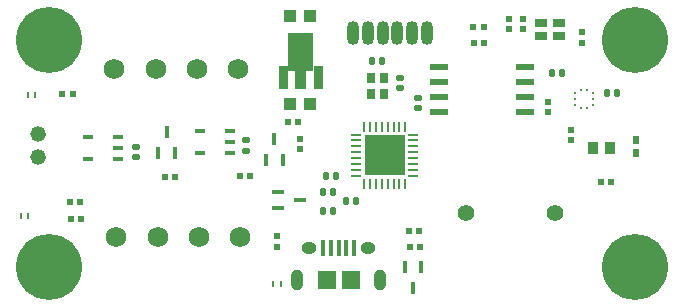
<source format=gbr>
%TF.GenerationSoftware,KiCad,Pcbnew,7.0.1*%
%TF.CreationDate,2023-05-27T07:40:04-07:00*%
%TF.ProjectId,Base-Flight-Computer-Test,42617365-2d46-46c6-9967-68742d436f6d,rev?*%
%TF.SameCoordinates,Original*%
%TF.FileFunction,Soldermask,Top*%
%TF.FilePolarity,Negative*%
%FSLAX46Y46*%
G04 Gerber Fmt 4.6, Leading zero omitted, Abs format (unit mm)*
G04 Created by KiCad (PCBNEW 7.0.1) date 2023-05-27 07:40:04*
%MOMM*%
%LPD*%
G01*
G04 APERTURE LIST*
G04 Aperture macros list*
%AMRoundRect*
0 Rectangle with rounded corners*
0 $1 Rounding radius*
0 $2 $3 $4 $5 $6 $7 $8 $9 X,Y pos of 4 corners*
0 Add a 4 corners polygon primitive as box body*
4,1,4,$2,$3,$4,$5,$6,$7,$8,$9,$2,$3,0*
0 Add four circle primitives for the rounded corners*
1,1,$1+$1,$2,$3*
1,1,$1+$1,$4,$5*
1,1,$1+$1,$6,$7*
1,1,$1+$1,$8,$9*
0 Add four rect primitives between the rounded corners*
20,1,$1+$1,$2,$3,$4,$5,0*
20,1,$1+$1,$4,$5,$6,$7,0*
20,1,$1+$1,$6,$7,$8,$9,0*
20,1,$1+$1,$8,$9,$2,$3,0*%
G04 Aperture macros list end*
%ADD10C,0.010000*%
%ADD11R,0.400000X1.350000*%
%ADD12O,1.300000X1.016000*%
%ADD13R,1.500000X1.550000*%
%ADD14O,1.016000X1.778000*%
%ADD15R,0.600000X0.540000*%
%ADD16RoundRect,0.075600X0.224400X0.194400X-0.224400X0.194400X-0.224400X-0.194400X0.224400X-0.194400X0*%
%ADD17R,1.000000X0.800000*%
%ADD18C,5.588000*%
%ADD19O,1.016000X2.032000*%
%ADD20RoundRect,0.075600X-0.194400X0.224400X-0.194400X-0.224400X0.194400X-0.224400X0.194400X0.224400X0*%
%ADD21R,0.280000X0.520000*%
%ADD22C,1.408000*%
%ADD23R,0.540000X0.600000*%
%ADD24C,1.320800*%
%ADD25R,0.450800X1.111200*%
%ADD26R,0.609600X0.685800*%
%ADD27R,0.250000X0.275000*%
%ADD28R,0.275000X0.250000*%
%ADD29R,0.952500X0.406400*%
%ADD30R,0.750000X0.850000*%
%ADD31R,1.100000X1.000000*%
%ADD32R,0.843000X1.000000*%
%ADD33C,1.727200*%
%ADD34RoundRect,0.075600X0.194400X-0.224400X0.194400X0.224400X-0.194400X0.224400X-0.194400X-0.224400X0*%
%ADD35R,1.524000X0.558800*%
%ADD36R,1.111200X0.450800*%
%ADD37R,0.228600X0.812800*%
%ADD38R,0.812800X0.228600*%
%ADD39R,3.505200X3.505200*%
G04 APERTURE END LIST*
%TO.C,U3*%
D10*
X129548400Y-86979600D02*
X128868400Y-86979600D01*
X128868400Y-85149600D01*
X129548400Y-85149600D01*
X129548400Y-86979600D01*
G36*
X129548400Y-86979600D02*
G01*
X128868400Y-86979600D01*
X128868400Y-85149600D01*
X129548400Y-85149600D01*
X129548400Y-86979600D01*
G37*
X132548400Y-86979600D02*
X131868400Y-86979600D01*
X131868400Y-85149600D01*
X132548400Y-85149600D01*
X132548400Y-86979600D01*
G36*
X132548400Y-86979600D02*
G01*
X131868400Y-86979600D01*
X131868400Y-85149600D01*
X132548400Y-85149600D01*
X132548400Y-86979600D01*
G37*
X131724900Y-85479600D02*
X131138400Y-85479600D01*
X131138400Y-86979600D01*
X130278400Y-86979600D01*
X130278400Y-85479600D01*
X129691900Y-85479600D01*
X129691900Y-82349600D01*
X131724900Y-82349600D01*
X131724900Y-85479600D01*
G36*
X131724900Y-85479600D02*
G01*
X131138400Y-85479600D01*
X131138400Y-86979600D01*
X130278400Y-86979600D01*
X130278400Y-85479600D01*
X129691900Y-85479600D01*
X129691900Y-82349600D01*
X131724900Y-82349600D01*
X131724900Y-85479600D01*
G37*
%TD*%
D11*
%TO.C,P2*%
X132654400Y-100525600D03*
X133304400Y-100525600D03*
X133954400Y-100525600D03*
X134604400Y-100525600D03*
X135254400Y-100525600D03*
D12*
X131454400Y-100525600D03*
D13*
X132954400Y-103225600D03*
X134954400Y-103225600D03*
D12*
X136454400Y-100525600D03*
D14*
X130454400Y-103225600D03*
X137454400Y-103225600D03*
%TD*%
D15*
%TO.C,R20*%
X128752600Y-100406400D03*
X128752600Y-99542400D03*
%TD*%
D16*
%TO.C,C6*%
X126136400Y-92276400D03*
X126136400Y-91416400D03*
%TD*%
D17*
%TO.C,D1*%
X151091200Y-81517400D03*
X152591200Y-81517400D03*
X152591200Y-82617400D03*
X151091200Y-82617400D03*
%TD*%
D18*
%TO.C,H4*%
X109448600Y-102108000D03*
%TD*%
D19*
%TO.C,P3*%
X135178000Y-82365000D03*
X136428000Y-82365000D03*
X137678000Y-82365000D03*
X138928000Y-82365000D03*
X140178000Y-82365000D03*
X141428000Y-82365000D03*
%TD*%
D20*
%TO.C,C8*%
X152830000Y-85750400D03*
X151970000Y-85750400D03*
%TD*%
D15*
%TO.C,R13*%
X153593800Y-91389400D03*
X153593800Y-90525400D03*
%TD*%
D16*
%TO.C,C7*%
X116763800Y-92860600D03*
X116763800Y-92000600D03*
%TD*%
D21*
%TO.C,D2*%
X129052200Y-103606600D03*
X128402200Y-103606600D03*
%TD*%
D22*
%TO.C,BZ1*%
X144703800Y-97561400D03*
X152303800Y-97561400D03*
%TD*%
D15*
%TO.C,R4*%
X148336000Y-81991400D03*
X148336000Y-81127400D03*
%TD*%
D23*
%TO.C,R1*%
X110565800Y-87503000D03*
X111429800Y-87503000D03*
%TD*%
D16*
%TO.C,C1*%
X140690600Y-88695000D03*
X140690600Y-87835000D03*
%TD*%
D24*
%TO.C,P5*%
X108508800Y-92837001D03*
X108508800Y-90836999D03*
%TD*%
D25*
%TO.C,Q2*%
X127798599Y-93076601D03*
X129198601Y-93076601D03*
X128498600Y-91276600D03*
%TD*%
D15*
%TO.C,R22*%
X130657600Y-92151400D03*
X130657600Y-91287400D03*
%TD*%
D23*
%TO.C,R7*%
X111251800Y-98094800D03*
X112115800Y-98094800D03*
%TD*%
D20*
%TO.C,C4*%
X133475200Y-95758000D03*
X132615200Y-95758000D03*
%TD*%
D21*
%TO.C,D5*%
X107015400Y-97790000D03*
X107665400Y-97790000D03*
%TD*%
D26*
%TO.C,J1*%
X159131000Y-91363800D03*
X159131000Y-92481400D03*
%TD*%
D23*
%TO.C,R21*%
X129666800Y-89865200D03*
X130530800Y-89865200D03*
%TD*%
D27*
%TO.C,U2*%
X154961900Y-87146900D03*
X154461900Y-87146900D03*
D28*
X153949400Y-87409400D03*
X153949400Y-87909400D03*
X153949400Y-88409400D03*
D27*
X154461900Y-88671900D03*
X154961900Y-88671900D03*
D28*
X155474400Y-88409400D03*
X155474400Y-87909400D03*
X155474400Y-87409400D03*
%TD*%
D29*
%TO.C,Q4*%
X115271550Y-92999601D03*
X115271550Y-92049600D03*
X115271550Y-91099599D03*
X112718850Y-91099599D03*
X112718850Y-92999601D03*
%TD*%
D30*
%TO.C,Y1*%
X136711200Y-86142200D03*
X136711200Y-87492200D03*
X137761200Y-87492200D03*
X137761200Y-86142200D03*
%TD*%
D25*
%TO.C,Q3*%
X118679999Y-92517801D03*
X120080001Y-92517801D03*
X119380000Y-90717800D03*
%TD*%
D23*
%TO.C,R19*%
X145389400Y-83210400D03*
X146253400Y-83210400D03*
%TD*%
%TO.C,R17*%
X145364000Y-81788000D03*
X146228000Y-81788000D03*
%TD*%
D29*
%TO.C,Q1*%
X124771150Y-92517001D03*
X124771150Y-91567000D03*
X124771150Y-90616999D03*
X122218450Y-90616999D03*
X122218450Y-92517001D03*
%TD*%
D23*
%TO.C,R8*%
X140004600Y-100431600D03*
X140868600Y-100431600D03*
%TD*%
D16*
%TO.C,C11*%
X139141200Y-86993200D03*
X139141200Y-86133200D03*
%TD*%
D15*
%TO.C,R6*%
X149580600Y-81127400D03*
X149580600Y-81991400D03*
%TD*%
D23*
%TO.C,R3*%
X119252800Y-94538800D03*
X120116800Y-94538800D03*
%TD*%
D20*
%TO.C,C3*%
X135431000Y-96570800D03*
X134571000Y-96570800D03*
%TD*%
D31*
%TO.C,C13*%
X129858400Y-80924400D03*
X131558400Y-80924400D03*
%TD*%
D18*
%TO.C,H3*%
X159004000Y-102108000D03*
%TD*%
D15*
%TO.C,R12*%
X151663400Y-89001800D03*
X151663400Y-88137800D03*
%TD*%
D32*
%TO.C,D3*%
X155488500Y-92100400D03*
X156931500Y-92100400D03*
%TD*%
D33*
%TO.C,P1*%
X125467400Y-85372600D03*
X121967399Y-85372600D03*
X118467399Y-85372600D03*
X114967398Y-85372600D03*
%TD*%
D15*
%TO.C,R5*%
X154533600Y-83134400D03*
X154533600Y-82270400D03*
%TD*%
D34*
%TO.C,C9*%
X156669000Y-87426800D03*
X157529000Y-87426800D03*
%TD*%
D20*
%TO.C,C5*%
X133729200Y-94437200D03*
X132869200Y-94437200D03*
%TD*%
D18*
%TO.C,H1*%
X159004000Y-82931000D03*
%TD*%
D23*
%TO.C,R16*%
X156133600Y-94945200D03*
X156997600Y-94945200D03*
%TD*%
%TO.C,R9*%
X111201000Y-96596200D03*
X112065000Y-96596200D03*
%TD*%
D20*
%TO.C,C2*%
X133500600Y-97409000D03*
X132640600Y-97409000D03*
%TD*%
D21*
%TO.C,D4*%
X108275000Y-87553800D03*
X107625000Y-87553800D03*
%TD*%
D33*
%TO.C,P4*%
X115112800Y-99568000D03*
X118612801Y-99568000D03*
X122112801Y-99568000D03*
X125612802Y-99568000D03*
%TD*%
D35*
%TO.C,U4*%
X142455900Y-85191600D03*
X142455900Y-86461600D03*
X142455900Y-87731600D03*
X142455900Y-89001600D03*
X149745700Y-89001600D03*
X149745700Y-87731600D03*
X149745700Y-86461600D03*
X149745700Y-85191600D03*
%TD*%
D23*
%TO.C,R11*%
X140741600Y-99060000D03*
X139877600Y-99060000D03*
%TD*%
%TO.C,R18*%
X126441400Y-94462600D03*
X125577400Y-94462600D03*
%TD*%
D18*
%TO.C,H2*%
X109448600Y-82931000D03*
%TD*%
D36*
%TO.C,Q5*%
X128843199Y-95743799D03*
X128843199Y-97143801D03*
X130643200Y-96443800D03*
%TD*%
D37*
%TO.C,U1*%
X139592304Y-90271600D03*
X139092178Y-90271600D03*
X138592052Y-90271600D03*
X138091926Y-90271600D03*
X137591800Y-90271600D03*
X137091674Y-90271600D03*
X136591548Y-90271600D03*
X136091422Y-90271600D03*
D38*
X135441563Y-90921459D03*
X135441563Y-91421585D03*
X135441563Y-91921711D03*
X135441563Y-92421837D03*
X135441563Y-92921963D03*
X135441563Y-93422089D03*
X135441563Y-93922215D03*
X135441563Y-94422341D03*
D37*
X136091422Y-95072200D03*
X136591548Y-95072200D03*
X137091674Y-95072200D03*
X137591800Y-95072200D03*
X138091926Y-95072200D03*
X138592052Y-95072200D03*
X139092178Y-95072200D03*
X139592304Y-95072200D03*
D38*
X140242163Y-94422341D03*
X140242163Y-93922215D03*
X140242163Y-93422089D03*
X140242163Y-92921963D03*
X140242163Y-92421837D03*
X140242163Y-91921711D03*
X140242163Y-91421585D03*
X140242163Y-90921459D03*
D39*
X137841863Y-92671900D03*
%TD*%
D25*
%TO.C,Q6*%
X140933401Y-102122399D03*
X139533399Y-102122399D03*
X140233400Y-103922400D03*
%TD*%
D20*
%TO.C,C10*%
X137640800Y-84709000D03*
X136780800Y-84709000D03*
%TD*%
D31*
%TO.C,C12*%
X131558400Y-88366600D03*
X129858400Y-88366600D03*
%TD*%
M02*

</source>
